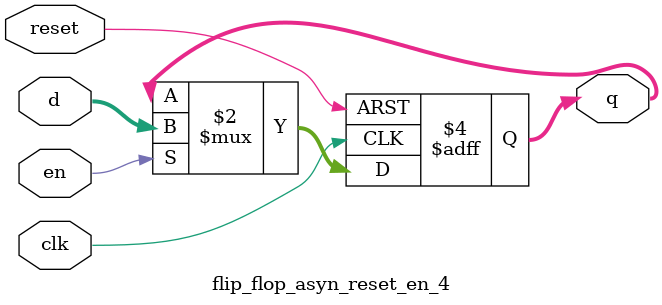
<source format=sv>
module flip_flop_asyn_reset_en_4(input logic clk,
																														input logic reset,
																														input logic en,
																														input logic [3:0] d,
																														output logic [3:0] q);
	// asynchronous reset
	always_ff @(posedge clk, posedge reset)
		if (reset) q <= 4'b0;
		else if (en) q <= d;
endmodule

/*
an asynchronously resettable enabled register
that retains its old value if both [reset] and [en] 
are FALSE.
*/
</source>
